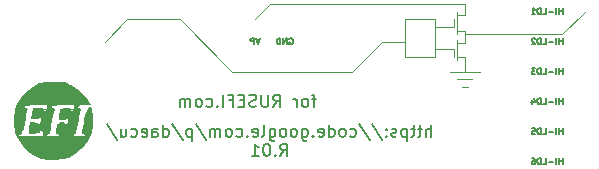
<source format=gbo>
G04 (created by PCBNEW (2013-07-07 BZR 4022)-stable) date 27/01/2014 10:25:57*
%MOIN*%
G04 Gerber Fmt 3.4, Leading zero omitted, Abs format*
%FSLAX34Y34*%
G01*
G70*
G90*
G04 APERTURE LIST*
%ADD10C,0.00590551*%
%ADD11C,0.008*%
%ADD12C,0.00393701*%
%ADD13C,0.005*%
%ADD14C,0.0001*%
G04 APERTURE END LIST*
G54D10*
G54D11*
X77045Y-62895D02*
X76892Y-62895D01*
X76988Y-63161D02*
X76988Y-62819D01*
X76969Y-62780D01*
X76930Y-62761D01*
X76892Y-62761D01*
X76702Y-63161D02*
X76740Y-63142D01*
X76759Y-63123D01*
X76778Y-63085D01*
X76778Y-62971D01*
X76759Y-62933D01*
X76740Y-62914D01*
X76702Y-62895D01*
X76645Y-62895D01*
X76607Y-62914D01*
X76588Y-62933D01*
X76569Y-62971D01*
X76569Y-63085D01*
X76588Y-63123D01*
X76607Y-63142D01*
X76645Y-63161D01*
X76702Y-63161D01*
X76397Y-63161D02*
X76397Y-62895D01*
X76397Y-62971D02*
X76378Y-62933D01*
X76359Y-62914D01*
X76321Y-62895D01*
X76283Y-62895D01*
X75616Y-63161D02*
X75750Y-62971D01*
X75845Y-63161D02*
X75845Y-62761D01*
X75692Y-62761D01*
X75654Y-62780D01*
X75635Y-62800D01*
X75616Y-62838D01*
X75616Y-62895D01*
X75635Y-62933D01*
X75654Y-62952D01*
X75692Y-62971D01*
X75845Y-62971D01*
X75445Y-62761D02*
X75445Y-63085D01*
X75426Y-63123D01*
X75407Y-63142D01*
X75369Y-63161D01*
X75292Y-63161D01*
X75254Y-63142D01*
X75235Y-63123D01*
X75216Y-63085D01*
X75216Y-62761D01*
X75045Y-63142D02*
X74988Y-63161D01*
X74892Y-63161D01*
X74854Y-63142D01*
X74835Y-63123D01*
X74816Y-63085D01*
X74816Y-63047D01*
X74835Y-63009D01*
X74854Y-62990D01*
X74892Y-62971D01*
X74969Y-62952D01*
X75007Y-62933D01*
X75026Y-62914D01*
X75045Y-62876D01*
X75045Y-62838D01*
X75026Y-62800D01*
X75007Y-62780D01*
X74969Y-62761D01*
X74873Y-62761D01*
X74816Y-62780D01*
X74645Y-62952D02*
X74511Y-62952D01*
X74454Y-63161D02*
X74645Y-63161D01*
X74645Y-62761D01*
X74454Y-62761D01*
X74150Y-62952D02*
X74283Y-62952D01*
X74283Y-63161D02*
X74283Y-62761D01*
X74092Y-62761D01*
X73940Y-63161D02*
X73940Y-62761D01*
X73750Y-63123D02*
X73730Y-63142D01*
X73750Y-63161D01*
X73769Y-63142D01*
X73750Y-63123D01*
X73750Y-63161D01*
X73388Y-63142D02*
X73426Y-63161D01*
X73502Y-63161D01*
X73540Y-63142D01*
X73559Y-63123D01*
X73578Y-63085D01*
X73578Y-62971D01*
X73559Y-62933D01*
X73540Y-62914D01*
X73502Y-62895D01*
X73426Y-62895D01*
X73388Y-62914D01*
X73159Y-63161D02*
X73197Y-63142D01*
X73216Y-63123D01*
X73235Y-63085D01*
X73235Y-62971D01*
X73216Y-62933D01*
X73197Y-62914D01*
X73159Y-62895D01*
X73102Y-62895D01*
X73064Y-62914D01*
X73045Y-62933D01*
X73026Y-62971D01*
X73026Y-63085D01*
X73045Y-63123D01*
X73064Y-63142D01*
X73102Y-63161D01*
X73159Y-63161D01*
X72854Y-63161D02*
X72854Y-62895D01*
X72854Y-62933D02*
X72835Y-62914D01*
X72797Y-62895D01*
X72740Y-62895D01*
X72702Y-62914D01*
X72683Y-62952D01*
X72683Y-63161D01*
X72683Y-62952D02*
X72664Y-62914D01*
X72626Y-62895D01*
X72569Y-62895D01*
X72530Y-62914D01*
X72511Y-62952D01*
X72511Y-63161D01*
G54D12*
X79250Y-61000D02*
X80000Y-61000D01*
X78250Y-62000D02*
X79250Y-61000D01*
X74250Y-62000D02*
X78250Y-62000D01*
X72500Y-60250D02*
X74250Y-62000D01*
X70750Y-60250D02*
X72500Y-60250D01*
X70000Y-61000D02*
X70750Y-60250D01*
X81900Y-62500D02*
X82100Y-62500D01*
X82000Y-60100D02*
X82000Y-59750D01*
X82000Y-60750D02*
X82000Y-60650D01*
X81750Y-60100D02*
X82000Y-60100D01*
X81750Y-60650D02*
X82000Y-60650D01*
X81500Y-61250D02*
X81650Y-61250D01*
X81650Y-61500D02*
X81650Y-61250D01*
X81650Y-60500D02*
X81500Y-60500D01*
X81650Y-60250D02*
X81650Y-60500D01*
X82000Y-61050D02*
X81750Y-61050D01*
X82000Y-60750D02*
X82000Y-61050D01*
X81750Y-61600D02*
X81750Y-60950D01*
X81750Y-61500D02*
X82000Y-61500D01*
X75500Y-59750D02*
X82000Y-59750D01*
X75000Y-60250D02*
X75500Y-59750D01*
X80000Y-60250D02*
X81000Y-60250D01*
X80000Y-61500D02*
X80000Y-60250D01*
X81000Y-61500D02*
X80000Y-61500D01*
X81000Y-60250D02*
X81000Y-61500D01*
X81500Y-61250D02*
X81000Y-61250D01*
X81750Y-62250D02*
X82250Y-62250D01*
X81500Y-62000D02*
X82500Y-62000D01*
X82000Y-61500D02*
X82000Y-62000D01*
X81500Y-60500D02*
X81000Y-60500D01*
X81750Y-60750D02*
X81750Y-60000D01*
X81750Y-60500D02*
X81750Y-60750D01*
X85250Y-60750D02*
X82000Y-60750D01*
X86000Y-60000D02*
X85250Y-60750D01*
G54D11*
X80880Y-64161D02*
X80880Y-63761D01*
X80709Y-64161D02*
X80709Y-63952D01*
X80728Y-63914D01*
X80766Y-63895D01*
X80823Y-63895D01*
X80861Y-63914D01*
X80880Y-63933D01*
X80576Y-63895D02*
X80423Y-63895D01*
X80519Y-63761D02*
X80519Y-64104D01*
X80499Y-64142D01*
X80461Y-64161D01*
X80423Y-64161D01*
X80347Y-63895D02*
X80195Y-63895D01*
X80290Y-63761D02*
X80290Y-64104D01*
X80271Y-64142D01*
X80233Y-64161D01*
X80195Y-64161D01*
X80061Y-63895D02*
X80061Y-64295D01*
X80061Y-63914D02*
X80023Y-63895D01*
X79947Y-63895D01*
X79909Y-63914D01*
X79890Y-63933D01*
X79871Y-63971D01*
X79871Y-64085D01*
X79890Y-64123D01*
X79909Y-64142D01*
X79947Y-64161D01*
X80023Y-64161D01*
X80061Y-64142D01*
X79719Y-64142D02*
X79680Y-64161D01*
X79604Y-64161D01*
X79566Y-64142D01*
X79547Y-64104D01*
X79547Y-64085D01*
X79566Y-64047D01*
X79604Y-64028D01*
X79661Y-64028D01*
X79700Y-64009D01*
X79719Y-63971D01*
X79719Y-63952D01*
X79700Y-63914D01*
X79661Y-63895D01*
X79604Y-63895D01*
X79566Y-63914D01*
X79376Y-64123D02*
X79357Y-64142D01*
X79376Y-64161D01*
X79395Y-64142D01*
X79376Y-64123D01*
X79376Y-64161D01*
X79376Y-63914D02*
X79357Y-63933D01*
X79376Y-63952D01*
X79395Y-63933D01*
X79376Y-63914D01*
X79376Y-63952D01*
X78900Y-63742D02*
X79242Y-64257D01*
X78480Y-63742D02*
X78823Y-64257D01*
X78176Y-64142D02*
X78214Y-64161D01*
X78290Y-64161D01*
X78328Y-64142D01*
X78347Y-64123D01*
X78366Y-64085D01*
X78366Y-63971D01*
X78347Y-63933D01*
X78328Y-63914D01*
X78290Y-63895D01*
X78214Y-63895D01*
X78176Y-63914D01*
X77947Y-64161D02*
X77985Y-64142D01*
X78004Y-64123D01*
X78023Y-64085D01*
X78023Y-63971D01*
X78004Y-63933D01*
X77985Y-63914D01*
X77947Y-63895D01*
X77890Y-63895D01*
X77852Y-63914D01*
X77833Y-63933D01*
X77814Y-63971D01*
X77814Y-64085D01*
X77833Y-64123D01*
X77852Y-64142D01*
X77890Y-64161D01*
X77947Y-64161D01*
X77471Y-64161D02*
X77471Y-63761D01*
X77471Y-64142D02*
X77509Y-64161D01*
X77585Y-64161D01*
X77623Y-64142D01*
X77642Y-64123D01*
X77661Y-64085D01*
X77661Y-63971D01*
X77642Y-63933D01*
X77623Y-63914D01*
X77585Y-63895D01*
X77509Y-63895D01*
X77471Y-63914D01*
X77128Y-64142D02*
X77166Y-64161D01*
X77242Y-64161D01*
X77280Y-64142D01*
X77300Y-64104D01*
X77300Y-63952D01*
X77280Y-63914D01*
X77242Y-63895D01*
X77166Y-63895D01*
X77128Y-63914D01*
X77109Y-63952D01*
X77109Y-63990D01*
X77300Y-64028D01*
X76938Y-64123D02*
X76919Y-64142D01*
X76938Y-64161D01*
X76957Y-64142D01*
X76938Y-64123D01*
X76938Y-64161D01*
X76576Y-63895D02*
X76576Y-64219D01*
X76595Y-64257D01*
X76614Y-64276D01*
X76652Y-64295D01*
X76709Y-64295D01*
X76747Y-64276D01*
X76576Y-64142D02*
X76614Y-64161D01*
X76690Y-64161D01*
X76728Y-64142D01*
X76747Y-64123D01*
X76766Y-64085D01*
X76766Y-63971D01*
X76747Y-63933D01*
X76728Y-63914D01*
X76690Y-63895D01*
X76614Y-63895D01*
X76576Y-63914D01*
X76328Y-64161D02*
X76366Y-64142D01*
X76385Y-64123D01*
X76404Y-64085D01*
X76404Y-63971D01*
X76385Y-63933D01*
X76366Y-63914D01*
X76328Y-63895D01*
X76271Y-63895D01*
X76233Y-63914D01*
X76214Y-63933D01*
X76195Y-63971D01*
X76195Y-64085D01*
X76214Y-64123D01*
X76233Y-64142D01*
X76271Y-64161D01*
X76328Y-64161D01*
X75966Y-64161D02*
X76004Y-64142D01*
X76023Y-64123D01*
X76042Y-64085D01*
X76042Y-63971D01*
X76023Y-63933D01*
X76004Y-63914D01*
X75966Y-63895D01*
X75909Y-63895D01*
X75871Y-63914D01*
X75852Y-63933D01*
X75833Y-63971D01*
X75833Y-64085D01*
X75852Y-64123D01*
X75871Y-64142D01*
X75909Y-64161D01*
X75966Y-64161D01*
X75490Y-63895D02*
X75490Y-64219D01*
X75509Y-64257D01*
X75528Y-64276D01*
X75566Y-64295D01*
X75623Y-64295D01*
X75661Y-64276D01*
X75490Y-64142D02*
X75528Y-64161D01*
X75604Y-64161D01*
X75642Y-64142D01*
X75661Y-64123D01*
X75680Y-64085D01*
X75680Y-63971D01*
X75661Y-63933D01*
X75642Y-63914D01*
X75604Y-63895D01*
X75528Y-63895D01*
X75490Y-63914D01*
X75242Y-64161D02*
X75280Y-64142D01*
X75300Y-64104D01*
X75300Y-63761D01*
X74938Y-64142D02*
X74976Y-64161D01*
X75052Y-64161D01*
X75090Y-64142D01*
X75109Y-64104D01*
X75109Y-63952D01*
X75090Y-63914D01*
X75052Y-63895D01*
X74976Y-63895D01*
X74938Y-63914D01*
X74919Y-63952D01*
X74919Y-63990D01*
X75109Y-64028D01*
X74747Y-64123D02*
X74728Y-64142D01*
X74747Y-64161D01*
X74766Y-64142D01*
X74747Y-64123D01*
X74747Y-64161D01*
X74385Y-64142D02*
X74423Y-64161D01*
X74500Y-64161D01*
X74538Y-64142D01*
X74557Y-64123D01*
X74576Y-64085D01*
X74576Y-63971D01*
X74557Y-63933D01*
X74538Y-63914D01*
X74500Y-63895D01*
X74423Y-63895D01*
X74385Y-63914D01*
X74157Y-64161D02*
X74195Y-64142D01*
X74214Y-64123D01*
X74233Y-64085D01*
X74233Y-63971D01*
X74214Y-63933D01*
X74195Y-63914D01*
X74157Y-63895D01*
X74100Y-63895D01*
X74061Y-63914D01*
X74042Y-63933D01*
X74023Y-63971D01*
X74023Y-64085D01*
X74042Y-64123D01*
X74061Y-64142D01*
X74100Y-64161D01*
X74157Y-64161D01*
X73852Y-64161D02*
X73852Y-63895D01*
X73852Y-63933D02*
X73833Y-63914D01*
X73795Y-63895D01*
X73738Y-63895D01*
X73700Y-63914D01*
X73680Y-63952D01*
X73680Y-64161D01*
X73680Y-63952D02*
X73661Y-63914D01*
X73623Y-63895D01*
X73566Y-63895D01*
X73528Y-63914D01*
X73509Y-63952D01*
X73509Y-64161D01*
X73033Y-63742D02*
X73376Y-64257D01*
X72900Y-63895D02*
X72900Y-64295D01*
X72900Y-63914D02*
X72861Y-63895D01*
X72785Y-63895D01*
X72747Y-63914D01*
X72728Y-63933D01*
X72709Y-63971D01*
X72709Y-64085D01*
X72728Y-64123D01*
X72747Y-64142D01*
X72785Y-64161D01*
X72861Y-64161D01*
X72900Y-64142D01*
X72252Y-63742D02*
X72595Y-64257D01*
X71947Y-64161D02*
X71947Y-63761D01*
X71947Y-64142D02*
X71985Y-64161D01*
X72061Y-64161D01*
X72100Y-64142D01*
X72119Y-64123D01*
X72138Y-64085D01*
X72138Y-63971D01*
X72119Y-63933D01*
X72100Y-63914D01*
X72061Y-63895D01*
X71985Y-63895D01*
X71947Y-63914D01*
X71585Y-64161D02*
X71585Y-63952D01*
X71604Y-63914D01*
X71642Y-63895D01*
X71719Y-63895D01*
X71757Y-63914D01*
X71585Y-64142D02*
X71623Y-64161D01*
X71719Y-64161D01*
X71757Y-64142D01*
X71776Y-64104D01*
X71776Y-64066D01*
X71757Y-64028D01*
X71719Y-64009D01*
X71623Y-64009D01*
X71585Y-63990D01*
X71242Y-64142D02*
X71280Y-64161D01*
X71357Y-64161D01*
X71395Y-64142D01*
X71414Y-64104D01*
X71414Y-63952D01*
X71395Y-63914D01*
X71357Y-63895D01*
X71280Y-63895D01*
X71242Y-63914D01*
X71223Y-63952D01*
X71223Y-63990D01*
X71414Y-64028D01*
X70880Y-64142D02*
X70919Y-64161D01*
X70995Y-64161D01*
X71033Y-64142D01*
X71052Y-64123D01*
X71071Y-64085D01*
X71071Y-63971D01*
X71052Y-63933D01*
X71033Y-63914D01*
X70995Y-63895D01*
X70919Y-63895D01*
X70880Y-63914D01*
X70538Y-63895D02*
X70538Y-64161D01*
X70709Y-63895D02*
X70709Y-64104D01*
X70690Y-64142D01*
X70652Y-64161D01*
X70595Y-64161D01*
X70557Y-64142D01*
X70538Y-64123D01*
X70061Y-63742D02*
X70404Y-64257D01*
X75852Y-64801D02*
X75985Y-64611D01*
X76080Y-64801D02*
X76080Y-64401D01*
X75928Y-64401D01*
X75890Y-64420D01*
X75871Y-64440D01*
X75852Y-64478D01*
X75852Y-64535D01*
X75871Y-64573D01*
X75890Y-64592D01*
X75928Y-64611D01*
X76080Y-64611D01*
X75680Y-64763D02*
X75661Y-64782D01*
X75680Y-64801D01*
X75700Y-64782D01*
X75680Y-64763D01*
X75680Y-64801D01*
X75414Y-64401D02*
X75376Y-64401D01*
X75338Y-64420D01*
X75319Y-64440D01*
X75300Y-64478D01*
X75280Y-64554D01*
X75280Y-64649D01*
X75300Y-64725D01*
X75319Y-64763D01*
X75338Y-64782D01*
X75376Y-64801D01*
X75414Y-64801D01*
X75452Y-64782D01*
X75471Y-64763D01*
X75490Y-64725D01*
X75509Y-64649D01*
X75509Y-64554D01*
X75490Y-64478D01*
X75471Y-64440D01*
X75452Y-64420D01*
X75414Y-64401D01*
X74900Y-64801D02*
X75128Y-64801D01*
X75014Y-64801D02*
X75014Y-64401D01*
X75052Y-64459D01*
X75090Y-64497D01*
X75128Y-64516D01*
G54D13*
X85259Y-61080D02*
X85259Y-60880D01*
X85259Y-60976D02*
X85145Y-60976D01*
X85145Y-61080D02*
X85145Y-60880D01*
X85050Y-61080D02*
X85050Y-60880D01*
X84954Y-61004D02*
X84802Y-61004D01*
X84611Y-61080D02*
X84707Y-61080D01*
X84707Y-60880D01*
X84507Y-60880D02*
X84469Y-60880D01*
X84450Y-60890D01*
X84430Y-60909D01*
X84421Y-60947D01*
X84421Y-61014D01*
X84430Y-61052D01*
X84450Y-61071D01*
X84469Y-61080D01*
X84507Y-61080D01*
X84526Y-61071D01*
X84545Y-61052D01*
X84554Y-61014D01*
X84554Y-60947D01*
X84545Y-60909D01*
X84526Y-60890D01*
X84507Y-60880D01*
X84345Y-60900D02*
X84335Y-60890D01*
X84316Y-60880D01*
X84269Y-60880D01*
X84250Y-60890D01*
X84240Y-60900D01*
X84230Y-60919D01*
X84230Y-60938D01*
X84240Y-60966D01*
X84354Y-61080D01*
X84230Y-61080D01*
X85259Y-60080D02*
X85259Y-59880D01*
X85259Y-59976D02*
X85145Y-59976D01*
X85145Y-60080D02*
X85145Y-59880D01*
X85050Y-60080D02*
X85050Y-59880D01*
X84954Y-60004D02*
X84802Y-60004D01*
X84611Y-60080D02*
X84707Y-60080D01*
X84707Y-59880D01*
X84507Y-59880D02*
X84469Y-59880D01*
X84450Y-59890D01*
X84430Y-59909D01*
X84421Y-59947D01*
X84421Y-60014D01*
X84430Y-60052D01*
X84450Y-60071D01*
X84469Y-60080D01*
X84507Y-60080D01*
X84526Y-60071D01*
X84545Y-60052D01*
X84554Y-60014D01*
X84554Y-59947D01*
X84545Y-59909D01*
X84526Y-59890D01*
X84507Y-59880D01*
X84230Y-60080D02*
X84345Y-60080D01*
X84288Y-60080D02*
X84288Y-59880D01*
X84307Y-59909D01*
X84326Y-59928D01*
X84345Y-59938D01*
X85259Y-62080D02*
X85259Y-61880D01*
X85259Y-61976D02*
X85145Y-61976D01*
X85145Y-62080D02*
X85145Y-61880D01*
X85050Y-62080D02*
X85050Y-61880D01*
X84954Y-62004D02*
X84802Y-62004D01*
X84611Y-62080D02*
X84707Y-62080D01*
X84707Y-61880D01*
X84507Y-61880D02*
X84469Y-61880D01*
X84450Y-61890D01*
X84430Y-61909D01*
X84421Y-61947D01*
X84421Y-62014D01*
X84430Y-62052D01*
X84450Y-62071D01*
X84469Y-62080D01*
X84507Y-62080D01*
X84526Y-62071D01*
X84545Y-62052D01*
X84554Y-62014D01*
X84554Y-61947D01*
X84545Y-61909D01*
X84526Y-61890D01*
X84507Y-61880D01*
X84354Y-61880D02*
X84230Y-61880D01*
X84297Y-61957D01*
X84269Y-61957D01*
X84250Y-61966D01*
X84240Y-61976D01*
X84230Y-61995D01*
X84230Y-62042D01*
X84240Y-62061D01*
X84250Y-62071D01*
X84269Y-62080D01*
X84326Y-62080D01*
X84345Y-62071D01*
X84354Y-62061D01*
X85259Y-63080D02*
X85259Y-62880D01*
X85259Y-62976D02*
X85145Y-62976D01*
X85145Y-63080D02*
X85145Y-62880D01*
X85050Y-63080D02*
X85050Y-62880D01*
X84954Y-63004D02*
X84802Y-63004D01*
X84611Y-63080D02*
X84707Y-63080D01*
X84707Y-62880D01*
X84507Y-62880D02*
X84469Y-62880D01*
X84450Y-62890D01*
X84430Y-62909D01*
X84421Y-62947D01*
X84421Y-63014D01*
X84430Y-63052D01*
X84450Y-63071D01*
X84469Y-63080D01*
X84507Y-63080D01*
X84526Y-63071D01*
X84545Y-63052D01*
X84554Y-63014D01*
X84554Y-62947D01*
X84545Y-62909D01*
X84526Y-62890D01*
X84507Y-62880D01*
X84250Y-62947D02*
X84250Y-63080D01*
X84297Y-62871D02*
X84345Y-63014D01*
X84221Y-63014D01*
X76152Y-60890D02*
X76171Y-60880D01*
X76200Y-60880D01*
X76228Y-60890D01*
X76247Y-60909D01*
X76257Y-60928D01*
X76266Y-60966D01*
X76266Y-60995D01*
X76257Y-61033D01*
X76247Y-61052D01*
X76228Y-61071D01*
X76200Y-61080D01*
X76180Y-61080D01*
X76152Y-61071D01*
X76142Y-61061D01*
X76142Y-60995D01*
X76180Y-60995D01*
X76057Y-61080D02*
X76057Y-60880D01*
X75942Y-61080D01*
X75942Y-60880D01*
X75847Y-61080D02*
X75847Y-60880D01*
X75800Y-60880D01*
X75771Y-60890D01*
X75752Y-60909D01*
X75742Y-60928D01*
X75733Y-60966D01*
X75733Y-60995D01*
X75742Y-61033D01*
X75752Y-61052D01*
X75771Y-61071D01*
X75800Y-61080D01*
X75847Y-61080D01*
X75166Y-60880D02*
X75100Y-61080D01*
X75033Y-60880D01*
X74966Y-61080D02*
X74966Y-60880D01*
X74890Y-60880D01*
X74871Y-60890D01*
X74861Y-60900D01*
X74852Y-60919D01*
X74852Y-60947D01*
X74861Y-60966D01*
X74871Y-60976D01*
X74890Y-60985D01*
X74966Y-60985D01*
X85259Y-65080D02*
X85259Y-64880D01*
X85259Y-64976D02*
X85145Y-64976D01*
X85145Y-65080D02*
X85145Y-64880D01*
X85050Y-65080D02*
X85050Y-64880D01*
X84954Y-65004D02*
X84802Y-65004D01*
X84611Y-65080D02*
X84707Y-65080D01*
X84707Y-64880D01*
X84507Y-64880D02*
X84469Y-64880D01*
X84450Y-64890D01*
X84430Y-64909D01*
X84421Y-64947D01*
X84421Y-65014D01*
X84430Y-65052D01*
X84450Y-65071D01*
X84469Y-65080D01*
X84507Y-65080D01*
X84526Y-65071D01*
X84545Y-65052D01*
X84554Y-65014D01*
X84554Y-64947D01*
X84545Y-64909D01*
X84526Y-64890D01*
X84507Y-64880D01*
X84250Y-64880D02*
X84288Y-64880D01*
X84307Y-64890D01*
X84316Y-64900D01*
X84335Y-64928D01*
X84345Y-64966D01*
X84345Y-65042D01*
X84335Y-65061D01*
X84326Y-65071D01*
X84307Y-65080D01*
X84269Y-65080D01*
X84250Y-65071D01*
X84240Y-65061D01*
X84230Y-65042D01*
X84230Y-64995D01*
X84240Y-64976D01*
X84250Y-64966D01*
X84269Y-64957D01*
X84307Y-64957D01*
X84326Y-64966D01*
X84335Y-64976D01*
X84345Y-64995D01*
X85259Y-64080D02*
X85259Y-63880D01*
X85259Y-63976D02*
X85145Y-63976D01*
X85145Y-64080D02*
X85145Y-63880D01*
X85050Y-64080D02*
X85050Y-63880D01*
X84954Y-64004D02*
X84802Y-64004D01*
X84611Y-64080D02*
X84707Y-64080D01*
X84707Y-63880D01*
X84507Y-63880D02*
X84469Y-63880D01*
X84450Y-63890D01*
X84430Y-63909D01*
X84421Y-63947D01*
X84421Y-64014D01*
X84430Y-64052D01*
X84450Y-64071D01*
X84469Y-64080D01*
X84507Y-64080D01*
X84526Y-64071D01*
X84545Y-64052D01*
X84554Y-64014D01*
X84554Y-63947D01*
X84545Y-63909D01*
X84526Y-63890D01*
X84507Y-63880D01*
X84240Y-63880D02*
X84335Y-63880D01*
X84345Y-63976D01*
X84335Y-63966D01*
X84316Y-63957D01*
X84269Y-63957D01*
X84250Y-63966D01*
X84240Y-63976D01*
X84230Y-63995D01*
X84230Y-64042D01*
X84240Y-64061D01*
X84250Y-64071D01*
X84269Y-64080D01*
X84316Y-64080D01*
X84335Y-64071D01*
X84345Y-64061D01*
G54D14*
G36*
X69620Y-63494D02*
X69619Y-63768D01*
X69558Y-64040D01*
X69440Y-64297D01*
X69271Y-64524D01*
X69211Y-64586D01*
X69009Y-64750D01*
X68802Y-64859D01*
X68571Y-64920D01*
X68350Y-64939D01*
X68116Y-64937D01*
X67935Y-64910D01*
X67884Y-64896D01*
X67617Y-64777D01*
X67386Y-64602D01*
X67190Y-64371D01*
X67076Y-64180D01*
X67034Y-64094D01*
X67007Y-64016D01*
X66992Y-63929D01*
X66985Y-63815D01*
X66983Y-63654D01*
X66983Y-63633D01*
X66985Y-63466D01*
X66991Y-63346D01*
X67006Y-63255D01*
X67032Y-63173D01*
X67073Y-63082D01*
X67079Y-63072D01*
X67210Y-62864D01*
X67388Y-62668D01*
X67592Y-62506D01*
X67719Y-62432D01*
X67813Y-62389D01*
X67894Y-62360D01*
X67983Y-62344D01*
X68097Y-62336D01*
X68257Y-62334D01*
X68284Y-62334D01*
X68449Y-62335D01*
X68568Y-62341D01*
X68658Y-62355D01*
X68740Y-62381D01*
X68833Y-62423D01*
X68867Y-62440D01*
X69078Y-62573D01*
X69276Y-62749D01*
X69437Y-62948D01*
X69464Y-62992D01*
X69539Y-63117D01*
X69339Y-63117D01*
X69216Y-63122D01*
X69146Y-63140D01*
X69121Y-63166D01*
X69127Y-63209D01*
X69155Y-63216D01*
X69191Y-63233D01*
X69192Y-63293D01*
X69189Y-63308D01*
X69175Y-63380D01*
X69154Y-63498D01*
X69127Y-63643D01*
X69112Y-63730D01*
X69081Y-63888D01*
X69054Y-63991D01*
X69027Y-64050D01*
X68997Y-64074D01*
X68993Y-64075D01*
X68988Y-64077D01*
X68988Y-63117D01*
X68611Y-63117D01*
X68444Y-63118D01*
X68333Y-63123D01*
X68268Y-63133D01*
X68239Y-63149D01*
X68233Y-63167D01*
X68260Y-63211D01*
X68283Y-63217D01*
X68306Y-63215D01*
X68321Y-63218D01*
X68327Y-63235D01*
X68324Y-63276D01*
X68310Y-63353D01*
X68286Y-63474D01*
X68250Y-63650D01*
X68218Y-63806D01*
X68192Y-63937D01*
X68174Y-64029D01*
X68167Y-64070D01*
X68167Y-64071D01*
X68139Y-64082D01*
X68117Y-64083D01*
X68088Y-64094D01*
X68088Y-63117D01*
X67711Y-63117D01*
X67544Y-63118D01*
X67433Y-63123D01*
X67368Y-63133D01*
X67339Y-63149D01*
X67333Y-63167D01*
X67360Y-63210D01*
X67385Y-63217D01*
X67423Y-63239D01*
X67421Y-63275D01*
X67408Y-63330D01*
X67385Y-63435D01*
X67357Y-63573D01*
X67330Y-63708D01*
X67290Y-63896D01*
X67254Y-64020D01*
X67224Y-64078D01*
X67214Y-64083D01*
X67159Y-64106D01*
X67150Y-64117D01*
X67172Y-64132D01*
X67257Y-64143D01*
X67403Y-64149D01*
X67531Y-64150D01*
X67933Y-64150D01*
X67933Y-64050D01*
X67918Y-63970D01*
X67883Y-63950D01*
X67839Y-63975D01*
X67833Y-63997D01*
X67804Y-64024D01*
X67731Y-64051D01*
X67639Y-64072D01*
X67550Y-64083D01*
X67488Y-64078D01*
X67477Y-64071D01*
X67471Y-64031D01*
X67474Y-63945D01*
X67482Y-63868D01*
X67505Y-63683D01*
X67636Y-63683D01*
X67718Y-63691D01*
X67764Y-63712D01*
X67767Y-63719D01*
X67780Y-63752D01*
X67810Y-63738D01*
X67845Y-63691D01*
X67870Y-63623D01*
X67870Y-63622D01*
X67877Y-63546D01*
X67855Y-63517D01*
X67846Y-63517D01*
X67804Y-63536D01*
X67800Y-63550D01*
X67770Y-63571D01*
X67697Y-63583D01*
X67672Y-63583D01*
X67545Y-63583D01*
X67578Y-63400D01*
X67611Y-63216D01*
X67809Y-63217D01*
X67920Y-63219D01*
X67977Y-63230D01*
X67991Y-63253D01*
X67988Y-63267D01*
X67992Y-63310D01*
X68014Y-63317D01*
X68050Y-63287D01*
X68073Y-63218D01*
X68074Y-63217D01*
X68088Y-63117D01*
X68088Y-64094D01*
X68072Y-64101D01*
X68067Y-64117D01*
X68097Y-64134D01*
X68176Y-64146D01*
X68267Y-64150D01*
X68373Y-64145D01*
X68445Y-64132D01*
X68467Y-64117D01*
X68439Y-64088D01*
X68413Y-64083D01*
X68381Y-64073D01*
X68371Y-64031D01*
X68380Y-63942D01*
X68382Y-63929D01*
X68400Y-63826D01*
X68417Y-63748D01*
X68423Y-63729D01*
X68461Y-63701D01*
X68530Y-63685D01*
X68605Y-63685D01*
X68657Y-63700D01*
X68667Y-63717D01*
X68683Y-63752D01*
X68720Y-63745D01*
X68759Y-63704D01*
X68776Y-63658D01*
X68784Y-63574D01*
X68764Y-63550D01*
X68726Y-63577D01*
X68667Y-63604D01*
X68579Y-63616D01*
X68572Y-63617D01*
X68458Y-63617D01*
X68481Y-63443D01*
X68497Y-63340D01*
X68513Y-63265D01*
X68520Y-63243D01*
X68560Y-63229D01*
X68646Y-63219D01*
X68722Y-63217D01*
X68828Y-63220D01*
X68880Y-63232D01*
X68891Y-63256D01*
X68888Y-63266D01*
X68892Y-63310D01*
X68914Y-63317D01*
X68950Y-63287D01*
X68973Y-63218D01*
X68974Y-63217D01*
X68988Y-63117D01*
X68988Y-64077D01*
X68936Y-64099D01*
X68939Y-64122D01*
X68994Y-64140D01*
X69095Y-64149D01*
X69133Y-64150D01*
X69240Y-64145D01*
X69312Y-64132D01*
X69333Y-64117D01*
X69306Y-64087D01*
X69283Y-64083D01*
X69259Y-64081D01*
X69244Y-64069D01*
X69240Y-64037D01*
X69246Y-63974D01*
X69263Y-63871D01*
X69293Y-63718D01*
X69313Y-63618D01*
X69354Y-63428D01*
X69392Y-63298D01*
X69424Y-63231D01*
X69436Y-63222D01*
X69494Y-63185D01*
X69506Y-63171D01*
X69531Y-63168D01*
X69560Y-63220D01*
X69589Y-63315D01*
X69613Y-63440D01*
X69620Y-63494D01*
X69620Y-63494D01*
X69620Y-63494D01*
G37*
M02*

</source>
